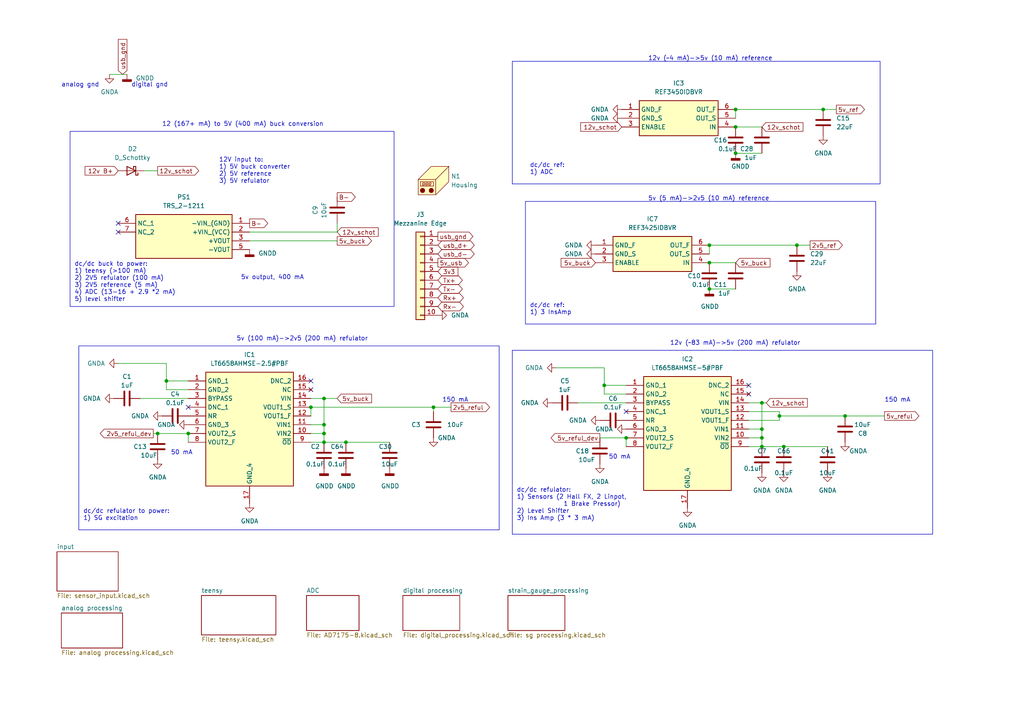
<source format=kicad_sch>
(kicad_sch (version 20230121) (generator eeschema)
  (paper "A4")
  (lib_symbols
    (symbol "21xt_symbols:LT6658AHMSE-2.5#PBF"
      (property "Reference" "IC" (at 31.75 7.62 0))
      (property "Value" "LT6658AHMSE-2.5#PBF" (at 31.75 5.08 0))
      (symbol "LT6658AHMSE-2.5#PBF_1_1"
        (rectangle (start 5.08 2.54) (end 30.48 -30.48) (stroke (width 0.254)) (fill (type background)))
        (pin passive line (at 0 0 0) (length 5.08) (name "GND_1") (number "1"))
        (pin passive line (at 35.56 -15.24 180) (length 5.08) (name "VIN2") (number "10"))
        (pin passive line (at 35.56 -12.7 180) (length 5.08) (name "VIN1") (number "11"))
        (pin passive line (at 35.56 -10.16 180) (length 5.08) (name "VOUT1_F") (number "12"))
        (pin passive line (at 35.56 -7.62 180) (length 5.08) (name "VOUT1_S") (number "13"))
        (pin passive line (at 35.56 -5.08 180) (length 5.08) (name "VIN") (number "14"))
        (pin no_connect line (at 35.56 -2.54 180) (length 5.08) (name "NC") (number "15"))
        (pin passive line (at 35.56 0 180) (length 5.08) (name "DNC_2") (number "16"))
        (pin passive line (at 17.78 -35.56 90) (length 5.08) (name "GND_4") (number "17"))
        (pin passive line (at 0 -2.54 0) (length 5.08) (name "GND_2") (number "2"))
        (pin passive line (at 0 -5.08 0) (length 5.08) (name "BYPASS") (number "3"))
        (pin passive line (at 0 -7.62 0) (length 5.08) (name "DNC_1") (number "4"))
        (pin passive line (at 0 -10.16 0) (length 5.08) (name "NR") (number "5"))
        (pin passive line (at 0 -12.7 0) (length 5.08) (name "GND_3") (number "6"))
        (pin passive line (at 0 -15.24 0) (length 5.08) (name "VOUT2_S") (number "7"))
        (pin passive line (at 0 -17.78 0) (length 5.08) (name "VOUT2_F") (number "8"))
        (pin passive line (at 35.56 -17.78 180) (length 5.08) (name "~{OD}") (number "9"))
      )
    )
    (symbol "21xt_symbols:LT6658AHMSE-5#PBF"
      (property "Reference" "IC" (at 31.75 7.62 0))
      (property "Value" "LT6658AHMSE-5#PBF" (at 31.75 5.08 0))
      (symbol "LT6658AHMSE-5#PBF_1_1"
        (rectangle (start 5.08 2.54) (end 30.48 -30.48) (stroke (width 0.254)) (fill (type background)))
        (pin passive line (at 0 0 0) (length 5.08) (name "GND_1") (number "1"))
        (pin passive line (at 35.56 -15.24 180) (length 5.08) (name "VIN2") (number "10"))
        (pin passive line (at 35.56 -12.7 180) (length 5.08) (name "VIN1") (number "11"))
        (pin passive line (at 35.56 -10.16 180) (length 5.08) (name "VOUT1_F") (number "12"))
        (pin passive line (at 35.56 -7.62 180) (length 5.08) (name "VOUT1_S") (number "13"))
        (pin passive line (at 35.56 -5.08 180) (length 5.08) (name "VIN") (number "14"))
        (pin no_connect line (at 35.56 -2.54 180) (length 5.08) (name "NC") (number "15"))
        (pin passive line (at 35.56 0 180) (length 5.08) (name "DNC_2") (number "16"))
        (pin passive line (at 17.78 -35.56 90) (length 5.08) (name "GND_4") (number "17"))
        (pin passive line (at 0 -2.54 0) (length 5.08) (name "GND_2") (number "2"))
        (pin passive line (at 0 -5.08 0) (length 5.08) (name "BYPASS") (number "3"))
        (pin passive line (at 0 -7.62 0) (length 5.08) (name "DNC_1") (number "4"))
        (pin passive line (at 0 -10.16 0) (length 5.08) (name "NR") (number "5"))
        (pin passive line (at 0 -12.7 0) (length 5.08) (name "GND_3") (number "6"))
        (pin passive line (at 0 -15.24 0) (length 5.08) (name "VOUT2_S") (number "7"))
        (pin passive line (at 0 -17.78 0) (length 5.08) (name "VOUT2_F") (number "8"))
        (pin passive line (at 35.56 -17.78 180) (length 5.08) (name "~{OD}") (number "9"))
      )
    )
    (symbol "21xt_symbols:REF3425IDBVR"
      (property "Reference" "IC" (at 29.21 7.62 0))
      (property "Value" "REF3425IDBVR" (at 29.21 5.08 0))
      (symbol "REF3425IDBVR_1_1"
        (rectangle (start 5.08 2.54) (end 27.94 -7.62) (stroke (width 0.254)) (fill (type background)))
        (pin passive line (at 0 0 0) (length 5.08) (name "GND_F") (number "1"))
        (pin passive line (at 0 -2.54 0) (length 5.08) (name "GND_S") (number "2"))
        (pin passive line (at 0 -5.08 0) (length 5.08) (name "ENABLE") (number "3"))
        (pin passive line (at 33.02 -5.08 180) (length 5.08) (name "IN") (number "4"))
        (pin passive line (at 33.02 -2.54 180) (length 5.08) (name "OUT_S") (number "5"))
        (pin passive line (at 33.02 0 180) (length 5.08) (name "OUT_F") (number "6"))
      )
    )
    (symbol "21xt_symbols:REF3450IDBVR"
      (property "Reference" "IC" (at 29.21 7.62 0))
      (property "Value" "REF3450IDBVR" (at 29.21 5.08 0))
      (symbol "REF3450IDBVR_1_1"
        (rectangle (start 5.08 2.54) (end 27.94 -7.62) (stroke (width 0.254)) (fill (type background)))
        (pin passive line (at 0 0 0) (length 5.08) (name "GND_F") (number "1"))
        (pin passive line (at 0 -2.54 0) (length 5.08) (name "GND_S") (number "2"))
        (pin passive line (at 0 -5.08 0) (length 5.08) (name "ENABLE") (number "3"))
        (pin passive line (at 33.02 -5.08 180) (length 5.08) (name "IN") (number "4"))
        (pin passive line (at 33.02 -2.54 180) (length 5.08) (name "OUT_S") (number "5"))
        (pin passive line (at 33.02 0 180) (length 5.08) (name "OUT_F") (number "6"))
      )
    )
    (symbol "21xt_symbols:TRS_2-1211"
      (property "Reference" "PS" (at 34.29 7.62 0))
      (property "Value" "TRS_2-1211" (at 34.29 5.08 0))
      (symbol "TRS_2-1211_1_1"
        (rectangle (start 5.08 2.54) (end 33.02 -10.16) (stroke (width 0.254)) (fill (type background)))
        (pin passive line (at 38.1 0 180) (length 5.08) (name "-VIN_(GND)") (number "1"))
        (pin passive line (at 38.1 -2.54 180) (length 5.08) (name "+VIN_(VCC)") (number "2"))
        (pin passive line (at 38.1 -5.08 180) (length 5.08) (name "+VOUT") (number "3"))
        (pin passive line (at 38.1 -7.62 180) (length 5.08) (name "-VOUT") (number "5"))
        (pin passive line (at 0 0 0) (length 5.08) (name "NC_1") (number "6"))
        (pin passive line (at 0 -2.54 0) (length 5.08) (name "NC_2") (number "7"))
      )
    )
    (symbol "Connector_Generic:Conn_01x10" (pin_names (offset 1.016) hide)
      (property "Reference" "J" (at 0 12.7 0))
      (property "Value" "Conn_01x10" (at 0 -15.24 0))
      (symbol "Conn_01x10_1_1"
        (rectangle (start -1.27 -12.573) (end 0 -12.827) (stroke (width 0.1524)))
        (rectangle (start -1.27 -10.033) (end 0 -10.287) (stroke (width 0.1524)))
        (rectangle (start -1.27 -7.493) (end 0 -7.747) (stroke (width 0.1524)))
        (rectangle (start -1.27 -4.953) (end 0 -5.207) (stroke (width 0.1524)))
        (rectangle (start -1.27 -2.413) (end 0 -2.667) (stroke (width 0.1524)))
        (rectangle (start -1.27 0.127) (end 0 -0.127) (stroke (width 0.1524)))
        (rectangle (start -1.27 2.667) (end 0 2.413) (stroke (width 0.1524)))
        (rectangle (start -1.27 5.207) (end 0 4.953) (stroke (width 0.1524)))
        (rectangle (start -1.27 7.747) (end 0 7.493) (stroke (width 0.1524)))
        (rectangle (start -1.27 10.287) (end 0 10.033) (stroke (width 0.1524)))
        (rectangle (start -1.27 11.43) (end 1.27 -13.97) (stroke (width 0.254)) (fill (type background)))
        (pin passive line (at -5.08 10.16 0) (length 3.81) (name "Pin_1") (number "1"))
        (pin passive line (at -5.08 -12.7 0) (length 3.81) (name "Pin_10") (number "10"))
        (pin passive line (at -5.08 7.62 0) (length 3.81) (name "Pin_2") (number "2"))
        (pin passive line (at -5.08 5.08 0) (length 3.81) (name "Pin_3") (number "3"))
        (pin passive line (at -5.08 2.54 0) (length 3.81) (name "Pin_4") (number "4"))
        (pin passive line (at -5.08 0 0) (length 3.81) (name "Pin_5") (number "5"))
        (pin passive line (at -5.08 -2.54 0) (length 3.81) (name "Pin_6") (number "6"))
        (pin passive line (at -5.08 -5.08 0) (length 3.81) (name "Pin_7") (number "7"))
        (pin passive line (at -5.08 -7.62 0) (length 3.81) (name "Pin_8") (number "8"))
        (pin passive line (at -5.08 -10.16 0) (length 3.81) (name "Pin_9") (number "9"))
      )
    )
    (symbol "Device:C" (pin_numbers hide) (pin_names (offset 0.254))
      (property "Reference" "C" (at 0.635 2.54 0))
      (property "Value" "C" (at 0.635 -2.54 0))
      (symbol "C_0_1"
        (polyline (pts (xy -2.032 -0.762) (xy 2.032 -0.762)) (stroke (width 0.508)))
        (polyline (pts (xy -2.032 0.762) (xy 2.032 0.762)) (stroke (width 0.508)))
      )
      (symbol "C_1_1"
        (pin passive line (at 0 3.81 270) (length 2.794) (name "~") (number "1"))
        (pin passive line (at 0 -3.81 90) (length 2.794) (name "~") (number "2"))
      )
    )
    (symbol "Device:D_Schottky" (pin_numbers hide) (pin_names (offset 1.016) hide)
      (property "Reference" "D" (at 0 2.54 0))
      (property "Value" "D_Schottky" (at 0 -2.54 0))
      (symbol "D_Schottky_0_1"
        (polyline (pts (xy 1.27 0) (xy -1.27 0)))
        (polyline (pts (xy 1.27 1.27) (xy 1.27 -1.27) (xy -1.27 0) (xy 1.27 1.27)) (stroke (width 0.254)))
        (polyline (pts (xy -1.905 0.635) (xy -1.905 1.27) (xy -1.27 1.27) (xy -1.27 -1.27) (xy -0.635 -1.27) (xy -0.635 -0.635)) (stroke (width 0.254)))
      )
      (symbol "D_Schottky_1_1"
        (pin passive line (at -3.81 0 0) (length 2.54) (name "K") (number "1"))
        (pin passive line (at 3.81 0 180) (length 2.54) (name "A") (number "2"))
      )
    )
    (symbol "Mechanical:Housing" (pin_names (offset 1.016))
      (property "Reference" "N" (at 3.81 0 0))
      (property "Value" "Housing" (at 3.81 -1.905 0))
      (symbol "Housing_0_1"
        (rectangle (start -5.08 -0.635) (end -1.27 -1.905))
        (circle (center -4.445 -3.175) (radius 0.635) (fill (type outline)))
        (circle (center -1.905 -3.175) (radius 0.635) (fill (type outline)))
        (polyline (pts (xy -4.5212 -1.5748) (xy -4.4704 -1.3716)))
        (polyline (pts (xy -4.4196 -1.6764) (xy -4.064 -1.6764)))
        (polyline (pts (xy -4.4196 -1.2192) (xy -4.3688 -0.9652)))
        (polyline (pts (xy -4.318 -1.3208) (xy -4.0132 -1.3208)))
        (polyline (pts (xy -4.2164 -0.9144) (xy -3.9116 -0.9144)))
        (polyline (pts (xy -3.9116 -1.6256) (xy -3.8608 -1.3716)))
        (polyline (pts (xy -3.81 -1.2192) (xy -3.7592 -0.9652)))
        (polyline (pts (xy -3.6068 -1.5748) (xy -3.556 -1.3716)))
        (polyline (pts (xy -3.5052 -1.6764) (xy -3.1496 -1.6764)))
        (polyline (pts (xy -3.5052 -1.2192) (xy -3.4544 -0.9652)))
        (polyline (pts (xy -3.4036 -1.3208) (xy -3.0988 -1.3208)))
        (polyline (pts (xy -3.302 -0.9144) (xy -2.9972 -0.9144)))
        (polyline (pts (xy -2.9972 -1.6256) (xy -2.9464 -1.3716)))
        (polyline (pts (xy -2.8956 -1.2192) (xy -2.8448 -0.9652)))
        (polyline (pts (xy -2.6924 -1.5748) (xy -2.6416 -1.3716)))
        (polyline (pts (xy -2.5908 -1.6764) (xy -2.2352 -1.6764)))
        (polyline (pts (xy -2.5908 -1.2192) (xy -2.54 -0.9652)))
        (polyline (pts (xy -2.4892 -1.3208) (xy -2.1844 -1.3208)))
        (polyline (pts (xy -2.3876 -0.9144) (xy -2.0828 -0.9144)))
        (polyline (pts (xy -2.0828 -1.6256) (xy -2.032 -1.3716)))
        (polyline (pts (xy -1.9812 -1.2192) (xy -1.9304 -0.9652)))
        (polyline (pts (xy -0.635 0) (xy -0.635 -4.445)))
        (polyline (pts (xy -5.715 0) (xy -0.635 0) (xy 3.175 3.81)))
        (polyline (pts (xy -5.715 0) (xy -5.715 -4.445) (xy -0.635 -4.445) (xy 3.175 -0.635) (xy 3.175 3.81) (xy -1.905 3.81) (xy -5.715 0)) (fill (type background)))
      )
    )
    (symbol "power:GNDA" (power) (pin_names (offset 0))
      (property "Value" "GNDA" (at 0 -3.81 0))
      (symbol "GNDA_0_1"
        (polyline (pts (xy 0 0) (xy 0 -1.27) (xy 1.27 -1.27) (xy 0 -2.54) (xy -1.27 -1.27) (xy 0 -1.27)))
      )
      (symbol "GNDA_1_1"
        (pin power_in line (at 0 0 270) (length 0) hide (name "GNDA") (number "1"))
      )
    )
    (symbol "power:GNDD" (power) (pin_names (offset 0))
      (property "Value" "GNDD" (at 0 -3.175 0))
      (symbol "GNDD_0_1"
        (rectangle (start -1.27 -1.524) (end 1.27 -2.032) (stroke (width 0.254)) (fill (type outline)))
        (polyline (pts (xy 0 0) (xy 0 -1.524)))
      )
      (symbol "GNDD_1_1"
        (pin power_in line (at 0 0 270) (length 0) hide (name "GNDD") (number "1"))
      )
    )
  )
  (junction (at 45.72 125.73))
  (junction (at 213.36 44.45))
  (junction (at 226.06 120.65))
  (junction (at 48.26 110.49))
  (junction (at 245.11 120.65))
  (junction (at 205.74 71.12))
  (junction (at 181.61 127))
  (junction (at 220.98 124.46))
  (junction (at 213.36 31.75))
  (junction (at 205.74 83.82))
  (junction (at 93.98 125.73))
  (junction (at 93.98 115.57))
  (junction (at 125.73 118.11))
  (junction (at 220.98 129.54))
  (junction (at 220.98 127))
  (junction (at 100.33 128.27))
  (junction (at 220.98 116.84))
  (junction (at 227.33 129.54))
  (junction (at 54.61 125.73))
  (junction (at 93.98 128.27))
  (junction (at 175.26 111.76))
  (junction (at 205.74 76.2))
  (junction (at 231.14 71.12))
  (junction (at 238.76 31.75))
  (junction (at 213.36 36.83))
  (junction (at 93.98 123.19))
  (junction (at 90.17 118.11))
  (no_connect (at 34.29 67.31))
  (no_connect (at 181.61 119.38))
  (no_connect (at 34.29 64.77))
  (no_connect (at 90.17 110.49))
  (no_connect (at 217.17 114.3))
  (no_connect (at 54.61 118.11))
  (no_connect (at 90.17 113.03))
  (no_connect (at 217.17 111.76))
  (wire (pts (xy 100.33 128.27) (xy 113.03 128.27)))
  (wire (pts (xy 48.26 113.03) (xy 48.26 110.49)))
  (wire (pts (xy 175.26 111.76) (xy 181.61 111.76)))
  (wire (pts (xy 90.17 125.73) (xy 93.98 125.73)))
  (wire (pts (xy 93.98 115.57) (xy 93.98 123.19)))
  (wire (pts (xy 226.06 120.65) (xy 245.11 120.65)))
  (wire (pts (xy 173.99 127) (xy 181.61 127)))
  (wire (pts (xy 54.61 125.73) (xy 54.61 128.27)))
  (wire (pts (xy 31.75 21.59) (xy 36.83 21.59)))
  (wire (pts (xy 226.06 120.65) (xy 226.06 121.92)))
  (wire (pts (xy 175.26 106.68) (xy 175.26 111.76)))
  (wire (pts (xy 220.98 129.54) (xy 227.33 129.54)))
  (wire (pts (xy 41.91 49.53) (xy 45.72 49.53)))
  (wire (pts (xy 220.98 124.46) (xy 217.17 124.46)))
  (wire (pts (xy 90.17 118.11) (xy 90.17 120.65)))
  (wire (pts (xy 93.98 115.57) (xy 97.79 115.57)))
  (wire (pts (xy 54.61 113.03) (xy 48.26 113.03)))
  (wire (pts (xy 40.64 115.57) (xy 54.61 115.57)))
  (wire (pts (xy 213.36 36.83) (xy 220.98 36.83)))
  (wire (pts (xy 226.06 119.38) (xy 226.06 120.65)))
  (wire (pts (xy 217.17 129.54) (xy 220.98 129.54)))
  (wire (pts (xy 205.74 71.12) (xy 231.14 71.12)))
  (wire (pts (xy 205.74 83.82) (xy 213.36 83.82)))
  (wire (pts (xy 175.26 114.3) (xy 175.26 111.76)))
  (wire (pts (xy 167.64 116.84) (xy 181.61 116.84)))
  (wire (pts (xy 222.25 116.84) (xy 220.98 116.84)))
  (wire (pts (xy 125.73 118.11) (xy 130.81 118.11)))
  (wire (pts (xy 217.17 121.92) (xy 226.06 121.92)))
  (wire (pts (xy 220.98 127) (xy 220.98 124.46)))
  (wire (pts (xy 72.39 67.31) (xy 97.79 67.31)))
  (wire (pts (xy 217.17 116.84) (xy 220.98 116.84)))
  (wire (pts (xy 90.17 115.57) (xy 93.98 115.57)))
  (wire (pts (xy 238.76 31.75) (xy 242.57 31.75)))
  (wire (pts (xy 125.73 118.11) (xy 125.73 119.38)))
  (wire (pts (xy 34.29 105.41) (xy 48.26 105.41)))
  (wire (pts (xy 217.17 127) (xy 220.98 127)))
  (wire (pts (xy 213.36 44.45) (xy 220.98 44.45)))
  (wire (pts (xy 93.98 128.27) (xy 100.33 128.27)))
  (wire (pts (xy 48.26 110.49) (xy 54.61 110.49)))
  (wire (pts (xy 48.26 105.41) (xy 48.26 110.49)))
  (wire (pts (xy 45.72 125.73) (xy 54.61 125.73)))
  (wire (pts (xy 93.98 128.27) (xy 93.98 125.73)))
  (wire (pts (xy 72.39 69.85) (xy 97.79 69.85)))
  (wire (pts (xy 220.98 129.54) (xy 220.98 127)))
  (wire (pts (xy 97.79 64.77) (xy 97.79 67.31)))
  (wire (pts (xy 220.98 116.84) (xy 220.98 124.46)))
  (wire (pts (xy 231.14 71.12) (xy 234.95 71.12)))
  (wire (pts (xy 205.74 76.2) (xy 213.36 76.2)))
  (wire (pts (xy 93.98 125.73) (xy 93.98 123.19)))
  (wire (pts (xy 161.29 106.68) (xy 175.26 106.68)))
  (wire (pts (xy 227.33 129.54) (xy 240.03 129.54)))
  (wire (pts (xy 245.11 120.65) (xy 256.54 120.65)))
  (wire (pts (xy 90.17 118.11) (xy 125.73 118.11)))
  (wire (pts (xy 213.36 31.75) (xy 213.36 34.29)))
  (wire (pts (xy 181.61 127) (xy 181.61 129.54)))
  (wire (pts (xy 93.98 123.19) (xy 90.17 123.19)))
  (wire (pts (xy 217.17 119.38) (xy 226.06 119.38)))
  (wire (pts (xy 90.17 128.27) (xy 93.98 128.27)))
  (wire (pts (xy 213.36 31.75) (xy 238.76 31.75)))
  (wire (pts (xy 205.74 71.12) (xy 205.74 73.66)))
  (wire (pts (xy 44.45 125.73) (xy 45.72 125.73)))
  (wire (pts (xy 181.61 114.3) (xy 175.26 114.3)))
  (rectangle (start 152.4 58.42) (end 254 93.98))
  (rectangle (start 148.59 101.6) (end 270.51 154.94))
  (rectangle (start 148.59 17.78) (end 255.27 53.34))
  (rectangle (start 20.32 38.1) (end 114.3 88.9))
  (rectangle (start 22.86 100.33) (end 144.78 153.67))
  (text "dc/dc refulator to power: \n1) SG excitation" (at 24.13 151.13 0) (effects (font (size 1.27 1.27)) (justify left bottom)))
  (text "dc/dc ref:\n1) 3 InsAmp" (at 153.67 91.44 0) (effects (font (size 1.27 1.27)) (justify left bottom)))
  (text "150 mA" (at 128.27 116.84 0) (effects (font (size 1.27 1.27)) (justify left bottom)))
  (text "50 mA" (at 49.53 132.08 0) (effects (font (size 1.27 1.27)) (justify left bottom)))
  (text "5v (5 mA)->2v5 (10 mA) reference" (at 187.96 58.42 0) (effects (font (size 1.27 1.27)) (justify left bottom)))
  (text "50 mA" (at 176.53 133.35 0) (effects (font (size 1.27 1.27)) (justify left bottom)))
  (text "analog gnd" (at 17.78 25.4 0) (effects (font (size 1.27 1.27)) (justify left bottom)))
  (text "dc/dc ref:\n1) ADC" (at 153.67 50.8 0) (effects (font (size 1.27 1.27)) (justify left bottom)))
  (text "12 (167+ mA) to 5V (400 mA) buck conversion" (at 46.99 36.83 0) (effects (font (size 1.27 1.27)) (justify left bottom)))
  (text "12V input to:\n1) 5V buck converter\n2) 5V reference\n3) 5V refulator" (at 63.5 53.34 0) (effects (font (size 1.27 1.27)) (justify left bottom)))
  (text "5v (100 mA)->2v5 (200 mA) refulator" (at 68.58 99.06 0) (effects (font (size 1.27 1.27)) (justify left bottom)))
  (text "12v (~83 mA)->5v (200 mA) refulator" (at 194.31 100.33 0) (effects (font (size 1.27 1.27)) (justify left bottom)))
  (text "digital gnd" (at 38.1 25.4 0) (effects (font (size 1.27 1.27)) (justify left bottom)))
  (text "dc/dc refulator:\n1) Sensors (2 Hall FX, 2 Linpot, \n              1 Brake Pressor)\n2) Level Shifter\n3) Ins Amp (3 * 3 mA)\n" (at 149.86 151.13 0) (effects (font (size 1.27 1.27)) (justify left bottom)))
  (text "dc/dc buck to power: \n1) teensy (>100 mA)\n2) 2V5 refulator (100 mA)\n3) 2V5 reference (5 mA)\n4) ADC (13-16 + 2.9 *2 mA)\n5) level shifter" (at 21.59 87.63 0) (effects (font (size 1.27 1.27)) (justify left bottom)))
  (text "5v output, 400 mA" (at 69.85 81.28 0) (effects (font (size 1.27 1.27)) (justify left bottom)))
  (text "150 mA\n" (at 256.54 116.84 0) (effects (font (size 1.27 1.27)) (justify left bottom)))
  (text "12v (~4 mA)->5v (10 mA) reference" (at 187.96 17.78 0) (effects (font (size 1.27 1.27)) (justify left bottom)))
  (global_label "Rx-" (shape bidirectional) (at 127 88.9 0) (property "Intersheetrefs" "${INTERSHEET_REFS}" (effects hide)))
  (global_label "2v5_reful" (shape output) (at 130.81 118.11 0) (property "Intersheetrefs" "${INTERSHEET_REFS}" (effects hide)))
  (global_label "Tx-" (shape bidirectional) (at 127 83.82 0) (property "Intersheetrefs" "${INTERSHEET_REFS}" (effects hide)))
  (global_label "B-" (shape output) (at 97.79 57.15 0) (property "Intersheetrefs" "${INTERSHEET_REFS}" (effects hide)))
  (global_label "Tx+" (shape bidirectional) (at 127 81.28 0) (property "Intersheetrefs" "${INTERSHEET_REFS}" (effects hide)))
  (global_label "Rx+" (shape bidirectional) (at 127 86.36 0) (property "Intersheetrefs" "${INTERSHEET_REFS}" (effects hide)))
  (global_label "12v_schot" (shape input) (at 222.25 116.84 0) (property "Intersheetrefs" "${INTERSHEET_REFS}" (effects hide)))
  (global_label "5v_usb" (shape output) (at 127 76.2 0) (property "Intersheetrefs" "${INTERSHEET_REFS}" (effects hide)))
  (global_label "2v5_reful_dev" (shape output) (at 44.45 125.73 180) (property "Intersheetrefs" "${INTERSHEET_REFS}" (effects hide)))
  (global_label "12v_schot" (shape output) (at 45.72 49.53 0) (property "Intersheetrefs" "${INTERSHEET_REFS}" (effects hide)))
  (global_label "12v B+" (shape input) (at 34.29 49.53 180) (property "Intersheetrefs" "${INTERSHEET_REFS}" (effects hide)))
  (global_label "5v_buck" (shape input) (at 172.72 76.2 180) (property "Intersheetrefs" "${INTERSHEET_REFS}" (effects hide)))
  (global_label "2v5_ref" (shape output) (at 234.95 71.12 0) (property "Intersheetrefs" "${INTERSHEET_REFS}" (effects hide)))
  (global_label "12v_schot" (shape input) (at 220.98 36.83 0) (property "Intersheetrefs" "${INTERSHEET_REFS}" (effects hide)))
  (global_label "3v3" (shape input) (at 127 78.74 0) (property "Intersheetrefs" "${INTERSHEET_REFS}" (effects hide)))
  (global_label "12v_schot" (shape input) (at 97.79 67.31 0) (property "Intersheetrefs" "${INTERSHEET_REFS}" (effects hide)))
  (global_label "5v_buck" (shape output) (at 97.79 69.85 0) (property "Intersheetrefs" "${INTERSHEET_REFS}" (effects hide)))
  (global_label "usb_gnd" (shape output) (at 127 68.58 0) (property "Intersheetrefs" "${INTERSHEET_REFS}" (effects hide)))
  (global_label "5v_ref" (shape output) (at 242.57 31.75 0) (property "Intersheetrefs" "${INTERSHEET_REFS}" (effects hide)))
  (global_label "5v_buck" (shape input) (at 213.36 76.2 0) (property "Intersheetrefs" "${INTERSHEET_REFS}" (effects hide)))
  (global_label "5v_reful_dev" (shape output) (at 173.99 127 180) (property "Intersheetrefs" "${INTERSHEET_REFS}" (effects hide)))
  (global_label "usb_d-" (shape bidirectional) (at 127 73.66 0) (property "Intersheetrefs" "${INTERSHEET_REFS}" (effects hide)))
  (global_label "5v_reful" (shape output) (at 256.54 120.65 0) (property "Intersheetrefs" "${INTERSHEET_REFS}" (effects hide)))
  (global_label "usb_gnd" (shape input) (at 35.56 21.59 90) (property "Intersheetrefs" "${INTERSHEET_REFS}" (effects hide)))
  (global_label "usb_d+" (shape bidirectional) (at 127 71.12 0) (property "Intersheetrefs" "${INTERSHEET_REFS}" (effects hide)))
  (global_label "5v_buck" (shape input) (at 97.79 115.57 0) (property "Intersheetrefs" "${INTERSHEET_REFS}" (effects hide)))
  (global_label "12v_schot" (shape input) (at 180.34 36.83 180) (property "Intersheetrefs" "${INTERSHEET_REFS}" (effects hide)))
  (global_label "B-" (shape output) (at 72.39 64.77 0) (property "Intersheetrefs" "${INTERSHEET_REFS}" (effects hide)))
  (symbol (lib_id "power:GNDA") (at 180.34 31.75 270) (unit 1)
    (property "Reference" "#PWR027" (effects hide))
    (property "Value" "GNDA" (at 176.53 31.75 90) (effects (justify right)))
  )
  (symbol (lib_id "Device:C") (at 238.76 35.56 0) (unit 1)
    (property "Reference" "C15" (at 242.57 34.29 0) (effects (justify left)))
    (property "Value" "22uF" (at 242.57 36.83 0) (effects (justify left)))
    (property "Footprint" "Capacitor_SMD:C_0603_1608Metric" (effects hide))
  )
  (symbol (lib_id "power:GNDA") (at 172.72 71.12 270) (unit 1)
    (property "Reference" "#PWR016" (effects hide))
    (property "Value" "GNDA" (at 168.91 71.12 90) (effects (justify right)))
  )
  (symbol (lib_id "Mechanical:Housing") (at 127 52.07 0) (unit 1)
    (property "Reference" "N1" (at 130.81 51.1175 0) (effects (justify left)))
    (property "Value" "Housing" (at 130.81 53.6575 0) (effects (justify left)))
  )
  (symbol (lib_id "Device:C") (at 173.99 130.81 180) (unit 1)
    (property "Reference" "C18" (at 168.91 130.81 0))
    (property "Value" "10uF" (at 170.18 133.35 0))
    (property "Footprint" "Capacitor_SMD:C_0603_1608Metric" (effects hide))
  )
  (symbol (lib_id "Device:C") (at 220.98 133.35 180) (unit 1)
    (property "Reference" "C7" (at 220.98 130.81 0))
    (property "Value" "0.1uF" (at 218.44 135.89 0))
    (property "Footprint" "Capacitor_SMD:C_0402_1005Metric" (effects hide))
  )
  (symbol (lib_id "power:GNDA") (at 227.33 137.16 0) (unit 1)
    (property "Reference" "#PWR0101" (effects hide))
    (property "Value" "GNDA" (at 227.33 142.24 0))
  )
  (symbol (lib_id "Device:C") (at 231.14 74.93 0) (unit 1)
    (property "Reference" "C29" (at 234.95 73.66 0) (effects (justify left)))
    (property "Value" "22uF" (at 234.95 76.2 0) (effects (justify left)))
    (property "Footprint" "Capacitor_SMD:C_0603_1608Metric" (effects hide))
  )
  (symbol (lib_id "power:GNDD") (at 113.03 135.89 0) (unit 1)
    (property "Reference" "#PWR065" (effects hide))
    (property "Value" "GNDD" (at 110.49 140.97 0) (effects (justify left)))
  )
  (symbol (lib_id "21xt_symbols:REF3450IDBVR") (at 180.34 31.75 0) (unit 1)
    (property "Reference" "IC3" (at 196.85 24.13 0))
    (property "Value" "REF3450IDBVR" (at 196.85 26.67 0))
    (property "Footprint" "21xt_footprints:REF3450IDBVR" (effects hide))
    (property "Datasheet" "http://www.ti.com/lit/ds/symlink/ref3440.pdf" (effects hide))
    (property "Height" "1.45" (effects hide))
    (property "Mouser Part Number" "595-REF3450IDBVR" (effects hide))
    (property "Mouser Price/Stock" "https://www.mouser.co.uk/ProductDetail/Texas-Instruments/REF3450IDBVR?qs=55YtniHzbhBkMjMysxx4Wg%3D%3D" (effects hide))
    (property "Manufacturer_Name" "Texas Instruments" (effects hide))
    (property "Manufacturer_Part_Number" "REF3450IDBVR" (effects hide))
  )
  (symbol (lib_id "power:GNDA") (at 125.73 127 0) (unit 1)
    (property "Reference" "#PWR018" (effects hide))
    (property "Value" "GNDA" (at 129.54 127 0))
  )
  (symbol (lib_id "power:GNDA") (at 238.76 39.37 0) (unit 1)
    (property "Reference" "#PWR024" (effects hide))
    (property "Value" "GNDA" (at 238.76 44.45 0))
  )
  (symbol (lib_id "Device:C") (at 227.33 133.35 180) (unit 1)
    (property "Reference" "C66" (at 227.33 130.81 0))
    (property "Value" "0.1uF" (at 227.33 137.16 0))
    (property "Footprint" "Capacitor_SMD:C_0402_1005Metric" (effects hide))
  )
  (symbol (lib_id "power:GNDD") (at 93.98 135.89 0) (unit 1)
    (property "Reference" "#PWR09" (effects hide))
    (property "Value" "GNDD" (at 91.44 140.97 0) (effects (justify left)))
  )
  (symbol (lib_id "Device:C") (at 220.98 40.64 0) (unit 1)
    (property "Reference" "C28" (at 214.63 43.18 0) (effects (justify left)))
    (property "Value" "1uF" (at 215.9 45.72 0) (effects (justify left)))
    (property "Footprint" "Capacitor_SMD:C_0402_1005Metric" (effects hide))
  )
  (symbol (lib_id "power:GNDD") (at 205.74 83.82 0) (unit 1)
    (property "Reference" "#PWR021" (effects hide))
    (property "Value" "GNDD" (at 203.2 88.9 0) (effects (justify left)))
  )
  (symbol (lib_id "power:GNDD") (at 213.36 44.45 0) (unit 1)
    (property "Reference" "#PWR026" (effects hide))
    (property "Value" "GNDD" (at 212.09 48.26 0) (effects (justify left)))
  )
  (symbol (lib_id "power:GNDA") (at 220.98 137.16 0) (unit 1)
    (property "Reference" "#PWR061" (effects hide))
    (property "Value" "GNDA" (at 220.98 142.24 0))
  )
  (symbol (lib_id "power:GNDA") (at 240.03 137.16 0) (unit 1)
    (property "Reference" "#PWR066" (effects hide))
    (property "Value" "GNDA" (at 240.03 142.24 0))
  )
  (symbol (lib_id "Device:D_Schottky") (at 38.1 49.53 180) (unit 1)
    (property "Reference" "D2" (at 38.4175 43.18 0))
    (property "Value" "D_Schottky" (at 38.4175 45.72 0))
    (property "Footprint" "Diode_SMD:D_1206_3216Metric" (effects hide))
  )
  (symbol (lib_id "Device:C") (at 113.03 132.08 180) (unit 1)
    (property "Reference" "C30" (at 111.76 129.54 0))
    (property "Value" "10uF" (at 113.03 134.62 0))
    (property "Footprint" "Capacitor_SMD:C_0603_1608Metric" (effects hide))
  )
  (symbol (lib_id "Device:C") (at 213.36 40.64 0) (unit 1)
    (property "Reference" "C16" (at 207.01 40.64 0) (effects (justify left)))
    (property "Value" "0.1uF" (at 208.28 43.18 0) (effects (justify left)))
    (property "Footprint" "Capacitor_SMD:C_0402_1005Metric" (effects hide))
  )
  (symbol (lib_id "Device:C") (at 213.36 80.01 0) (unit 1)
    (property "Reference" "C11" (at 207.01 82.55 0) (effects (justify left)))
    (property "Value" "1uF" (at 208.28 85.09 0) (effects (justify left)))
    (property "Footprint" "Capacitor_SMD:C_0402_1005Metric" (effects hide))
  )
  (symbol (lib_id "Device:C") (at 245.11 124.46 180) (unit 1)
    (property "Reference" "C8" (at 250.19 125.73 0))
    (property "Value" "10uF" (at 250.19 123.19 0))
    (property "Footprint" "Capacitor_SMD:C_0603_1608Metric" (effects hide))
  )
  (symbol (lib_id "Device:C") (at 45.72 129.54 180) (unit 1)
    (property "Reference" "C13" (at 40.64 129.54 0))
    (property "Value" "10uF" (at 43.18 132.08 0))
    (property "Footprint" "Capacitor_SMD:C_0603_1608Metric" (effects hide))
  )
  (symbol (lib_id "power:GNDA") (at 231.14 78.74 0) (unit 1)
    (property "Reference" "#PWR063" (effects hide))
    (property "Value" "GNDA" (at 231.14 83.82 0))
  )
  (symbol (lib_id "Device:C") (at 177.8 121.92 90) (unit 1)
    (property "Reference" "C6" (at 177.8 115.57 90))
    (property "Value" "0.1uF" (at 177.8 118.11 90))
    (property "Footprint" "Capacitor_SMD:C_0402_1005Metric" (effects hide))
  )
  (symbol (lib_id "Device:C") (at 240.03 133.35 180) (unit 1)
    (property "Reference" "C41" (at 240.03 130.81 0))
    (property "Value" "10uF" (at 240.03 137.16 0))
    (property "Footprint" "Capacitor_SMD:C_0603_1608Metric" (effects hide))
  )
  (symbol (lib_id "power:GNDA") (at 45.72 133.35 0) (unit 1)
    (property "Reference" "#PWR098" (effects hide))
    (property "Value" "GNDA" (at 45.72 138.43 0))
  )
  (symbol (lib_id "power:GNDA") (at 199.39 147.32 0) (unit 1)
    (property "Reference" "#PWR0103" (effects hide))
    (property "Value" "GNDA" (at 199.39 152.4 0))
  )
  (symbol (lib_id "power:GNDA") (at 180.34 34.29 270) (unit 1)
    (property "Reference" "#PWR059" (effects hide))
    (property "Value" "GNDA" (at 176.53 34.29 90) (effects (justify right)))
  )
  (symbol (lib_id "Device:C") (at 36.83 115.57 90) (unit 1)
    (property "Reference" "C1" (at 36.83 109.22 90))
    (property "Value" "1uF" (at 36.83 111.76 90))
    (property "Footprint" "Capacitor_SMD:C_0402_1005Metric" (effects hide))
  )
  (symbol (lib_id "Device:C") (at 93.98 132.08 180) (unit 1)
    (property "Reference" "C2" (at 91.44 129.54 0))
    (property "Value" "0.1uF" (at 91.44 134.62 0))
    (property "Footprint" "Capacitor_SMD:C_0402_1005Metric" (effects hide))
  )
  (symbol (lib_id "21xt_symbols:TRS_2-1211") (at 34.29 64.77 0) (unit 1)
    (property "Reference" "PS1" (at 53.34 57.15 0))
    (property "Value" "TRS_2-1211" (at 53.34 59.69 0))
    (property "Footprint" "21xt_footprints:CONV_TRS_2-2419" (effects hide))
    (property "Datasheet" "https://tracopower.com/trs2-datasheet/" (effects hide))
    (property "Height" "8" (effects hide))
    (property "Mouser Part Number" "495-TRS2-1211" (effects hide))
    (property "Mouser Price/Stock" "https://www.mouser.co.uk/ProductDetail/TRACO-Power/TRS-2-1211?qs=wUXugUrL1qziI%252BEzex2I6g%3D%3D" (effects hide))
    (property "Manufacturer_Name" "Traco Power" (effects hide))
    (property "Manufacturer_Part_Number" "TRS 2-1211" (effects hide))
  )
  (symbol (lib_id "Device:C") (at 100.33 132.08 180) (unit 1)
    (property "Reference" "C64" (at 97.79 129.54 0))
    (property "Value" "0.1uF" (at 97.79 134.62 0))
    (property "Footprint" "Capacitor_SMD:C_0402_1005Metric" (effects hide))
  )
  (symbol (lib_id "Device:C") (at 97.79 60.96 180) (unit 1)
    (property "Reference" "C9" (at 91.44 60.96 90))
    (property "Value" "10uF" (at 93.98 60.96 90))
    (property "Footprint" "Capacitor_SMD:C_0603_1608Metric" (effects hide))
  )
  (symbol (lib_id "Device:C") (at 205.74 80.01 0) (unit 1)
    (property "Reference" "C10" (at 199.39 80.01 0) (effects (justify left)))
    (property "Value" "0.1uF" (at 200.66 82.55 0) (effects (justify left)))
    (property "Footprint" "Capacitor_SMD:C_0402_1005Metric" (effects hide))
  )
  (symbol (lib_id "power:GNDA") (at 181.61 124.46 270) (unit 1)
    (property "Reference" "#PWR055" (effects hide))
    (property "Value" "GNDA" (at 177.8 124.46 90) (effects (justify right)))
  )
  (symbol (lib_id "power:GNDA") (at 54.61 123.19 270) (unit 1)
    (property "Reference" "#PWR06" (effects hide))
    (property "Value" "GNDA" (at 50.8 123.19 90) (effects (justify right)))
  )
  (symbol (lib_id "power:GNDA") (at 160.02 116.84 270) (unit 1)
    (property "Reference" "#PWR049" (effects hide))
    (property "Value" "GNDA" (at 156.21 116.84 90) (effects (justify right)))
  )
  (symbol (lib_id "Device:C") (at 163.83 116.84 90) (unit 1)
    (property "Reference" "C5" (at 163.83 110.49 90))
    (property "Value" "1uF" (at 163.83 113.03 90))
    (property "Footprint" "Capacitor_SMD:C_0402_1005Metric" (effects hide))
  )
  (symbol (lib_id "power:GNDA") (at 127 91.44 90) (unit 1)
    (property "Reference" "#PWR01" (effects hide))
    (property "Value" "GNDA" (at 130.81 91.44 90) (effects (justify right)))
  )
  (symbol (lib_id "power:GNDA") (at 46.99 120.65 270) (unit 1)
    (property "Reference" "#PWR05" (effects hide))
    (property "Value" "GNDA" (at 43.18 120.65 90) (effects (justify right)))
  )
  (symbol (lib_id "power:GNDA") (at 34.29 105.41 270) (unit 1)
    (property "Reference" "#PWR04" (effects hide))
    (property "Value" "GNDA" (at 30.48 105.41 90) (effects (justify right)))
  )
  (symbol (lib_id "power:GNDD") (at 36.83 21.59 0) (unit 1)
    (property "Reference" "#PWR045" (effects hide))
    (property "Value" "GNDD" (at 39.37 22.6695 0) (effects (justify left)))
  )
  (symbol (lib_id "power:GNDD") (at 72.39 72.39 0) (unit 1)
    (property "Reference" "#PWR02" (effects hide))
    (property "Value" "GNDD" (at 74.93 73.4695 0) (effects (justify left)))
  )
  (symbol (lib_id "power:GNDA") (at 245.11 128.27 0) (unit 1)
    (property "Reference" "#PWR062" (effects hide))
    (property "Value" "GNDA" (at 248.92 130.81 0))
  )
  (symbol (lib_id "power:GNDA") (at 161.29 106.68 270) (unit 1)
    (property "Reference" "#PWR048" (effects hide))
    (property "Value" "GNDA" (at 157.48 106.68 90) (effects (justify right)))
  )
  (symbol (lib_id "Device:C") (at 125.73 123.19 180) (unit 1)
    (property "Reference" "C3" (at 120.65 123.19 0))
    (property "Value" "10uF" (at 132.08 123.19 0))
    (property "Footprint" "Capacitor_SMD:C_0603_1608Metric" (effects hide))
  )
  (symbol (lib_id "Device:C") (at 50.8 120.65 90) (unit 1)
    (property "Reference" "C4" (at 50.8 114.3 90))
    (property "Value" "0.1uF" (at 50.8 116.84 90))
    (property "Footprint" "Capacitor_SMD:C_0402_1005Metric" (effects hide))
  )
  (symbol (lib_id "power:GNDA") (at 72.39 146.05 0) (unit 1)
    (property "Reference" "#PWR08" (effects hide))
    (property "Value" "GNDA" (at 72.39 151.13 0))
  )
  (symbol (lib_id "power:GNDD") (at 100.33 135.89 0) (unit 1)
    (property "Reference" "#PWR064" (effects hide))
    (property "Value" "GNDD" (at 97.79 140.97 0) (effects (justify left)))
  )
  (symbol (lib_id "Connector_Generic:Conn_01x10") (at 121.92 78.74 0) (mirror y) (unit 1)
    (property "Reference" "J3" (at 121.92 62.23 0))
    (property "Value" "Mezzanine Edge" (at 121.92 64.77 0))
    (property "Footprint" "21xt_footprints:Double Sided Mezzanine Card Edge_Edge Side" (effects hide))
  )
  (symbol (lib_id "power:GNDA") (at 173.99 121.92 270) (unit 1)
    (property "Reference" "#PWR051" (effects hide))
    (property "Value" "GNDA" (at 170.18 121.92 90) (effects (justify right)))
  )
  (symbol (lib_id "21xt_symbols:LT6658AHMSE-5#PBF") (at 181.61 111.76 0) (unit 1)
    (property "Reference" "IC2" (at 199.39 104.14 0))
    (property "Value" "LT6658AHMSE-5#PBF" (at 199.39 106.68 0))
    (property "Footprint" "21xt_footprints:SOP50P490X110-17N" (effects hide))
    (property "Datasheet" "https://www.analog.com/media/en/technical-documentation/data-sheets/lt6658.pdf" (effects hide))
    (property "Height" "1.1" (effects hide))
    (property "Mouser Part Number" "584-LT6658AHMSE5PBF" (effects hide))
    (property "Mouser Price/Stock" "https://www.mouser.co.uk/ProductDetail/Analog-Devices/LT6658AHMSE-5PBF?qs=W0yvOO0ixfFdSUQ4xUcBUw%3D%3D" (effects hide))
    (property "Manufacturer_Name" "Analog Devices" (effects hide))
    (property "Manufacturer_Part_Number" "LT6658AHMSE-5#PBF" (effects hide))
  )
  (symbol (lib_id "21xt_symbols:REF3425IDBVR") (at 172.72 71.12 0) (unit 1)
    (property "Reference" "IC7" (at 189.23 63.5 0))
    (property "Value" "REF3425IDBVR" (at 189.23 66.04 0))
    (property "Footprint" "21xt_footprints:REF3425IDBVR" (effects hide))
    (property "Datasheet" "http://www.ti.com/lit/ds/symlink/ref3425.pdf" (effects hide))
    (property "Height" "1.45" (effects hide))
    (property "Mouser Part Number" "595-REF3425IDBVR" (effects hide))
    (property "Mouser Price/Stock" "https://www.mouser.co.uk/ProductDetail/Texas-Instruments/REF3425IDBVR?qs=YCa%2FAAYMW01YJo5s3bO8wA%3D%3D" (effects hide))
    (property "Manufacturer_Name" "Texas Instruments" (effects hide))
    (property "Manufacturer_Part_Number" "REF3425IDBVR" (effects hide))
  )
  (symbol (lib_id "power:GNDA") (at 173.99 134.62 0) (unit 1)
    (property "Reference" "#PWR058" (effects hide))
    (property "Value" "GNDA" (at 173.99 139.7 0))
  )
  (symbol (lib_id "power:GNDA") (at 33.02 115.57 270) (unit 1)
    (property "Reference" "#PWR03" (effects hide))
    (property "Value" "GNDA" (at 29.21 115.57 90) (effects (justify right)))
  )
  (symbol (lib_id "power:GNDA") (at 172.72 73.66 270) (unit 1)
    (property "Reference" "#PWR020" (effects hide))
    (property "Value" "GNDA" (at 168.91 73.66 90) (effects (justify right)))
  )
  (symbol (lib_id "power:GNDA") (at 31.75 21.59 0) (unit 1)
    (property "Reference" "#PWR044" (effects hide))
    (property "Value" "GNDA" (at 31.75 26.67 0))
  )
  (symbol (lib_id "21xt_symbols:LT6658AHMSE-2.5#PBF") (at 54.61 110.49 0) (unit 1)
    (property "Reference" "IC1" (at 72.39 102.87 0))
    (property "Value" "LT6658AHMSE-2.5#PBF" (at 72.39 105.41 0))
    (property "Footprint" "21xt_footprints:SOP50P490X110-17N" (effects hide))
    (property "Datasheet" "https://www.analog.com/media/en/technical-documentation/data-sheets/lt6658.pdf" (effects hide))
    (property "Height" "1.1" (effects hide))
    (property "Mouser Part Number" "584-LT6658AHMSE5PBF" (effects hide))
    (property "Mouser Price/Stock" "https://www.mouser.co.uk/ProductDetail/Analog-Devices/LT6658AHMSE-5PBF?qs=W0yvOO0ixfFdSUQ4xUcBUw%3D%3D" (effects hide))
    (property "Manufacturer_Name" "Analog Devices" (effects hide))
    (property "Manufacturer_Part_Number" "LT6658AHMSE-2.5#PBF" (effects hide))
  )
  (sheet (at 58.42 172.72) (size 21.59 11.43) (stroke (width 0.1524))
    (property "Sheetname" "teensy" (at 58.42 172.0084 0) (effects (justify left bottom)))
    (property "Sheetfile" "teensy.kicad_sch" (at 58.42 184.7346 0) (effects (justify left top)))
  )
  (sheet (at 16.51 160.02) (size 17.78 11.43) (stroke (width 0.1524))
    (property "Sheetname" "input" (at 16.51 159.3084 0) (effects (justify left bottom)))
    (property "Sheetfile" "sensor_input.kicad_sch" (at 16.51 172.0346 0) (effects (justify left top)))
  )
  (sheet (at 116.84 172.72) (size 16.51 10.16) (stroke (width 0.1524))
    (property "Sheetname" "digital processing" (at 116.84 172.0084 0) (effects (justify left bottom)))
    (property "Sheetfile" "digital_processing.kicad_sch" (at 116.84 183.4646 0) (effects (justify left top)))
  )
  (sheet (at 147.32 172.72) (size 16.51 10.16) (stroke (width 0.1524))
    (property "Sheetname" "strain_gauge_processing" (at 147.32 172.0084 0) (effects (justify left bottom)))
    (property "Sheetfile" "sg processing.kicad_sch" (at 147.32 183.4646 0) (effects (justify left top)))
  )
  (sheet (at 17.78 177.8) (size 17.78 10.16) (stroke (width 0.1524))
    (property "Sheetname" "analog processing" (at 17.78 177.0884 0) (effects (justify left bottom)))
    (property "Sheetfile" "analog processing.kicad_sch" (at 17.78 188.5446 0) (effects (justify left top)))
  )
  (sheet (at 88.9 172.72) (size 15.24 10.16) (stroke (width 0.1524))
    (property "Sheetname" "ADC" (at 88.9 172.0084 0) (effects (justify left bottom)))
    (property "Sheetfile" "AD7175-8.kicad_sch" (at 88.9 183.4646 0) (effects (justify left top)))
  )
)
</source>
